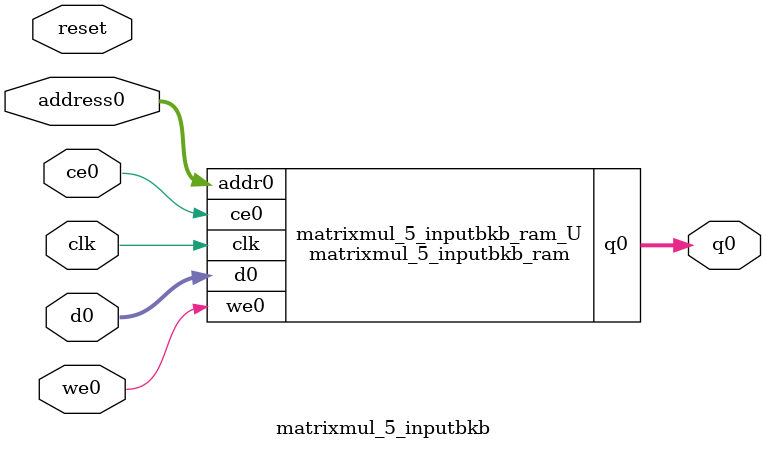
<source format=v>
`timescale 1 ns / 1 ps
module matrixmul_5_inputbkb_ram (addr0, ce0, d0, we0, q0,  clk);

parameter DWIDTH = 22;
parameter AWIDTH = 3;
parameter MEM_SIZE = 8;

input[AWIDTH-1:0] addr0;
input ce0;
input[DWIDTH-1:0] d0;
input we0;
output reg[DWIDTH-1:0] q0;
input clk;

(* ram_style = "distributed" *)reg [DWIDTH-1:0] ram[0:MEM_SIZE-1];




always @(posedge clk)  
begin 
    if (ce0) begin
        if (we0) 
            ram[addr0] <= d0; 
        q0 <= ram[addr0];
    end
end


endmodule

`timescale 1 ns / 1 ps
module matrixmul_5_inputbkb(
    reset,
    clk,
    address0,
    ce0,
    we0,
    d0,
    q0);

parameter DataWidth = 32'd22;
parameter AddressRange = 32'd8;
parameter AddressWidth = 32'd3;
input reset;
input clk;
input[AddressWidth - 1:0] address0;
input ce0;
input we0;
input[DataWidth - 1:0] d0;
output[DataWidth - 1:0] q0;



matrixmul_5_inputbkb_ram matrixmul_5_inputbkb_ram_U(
    .clk( clk ),
    .addr0( address0 ),
    .ce0( ce0 ),
    .we0( we0 ),
    .d0( d0 ),
    .q0( q0 ));

endmodule


</source>
